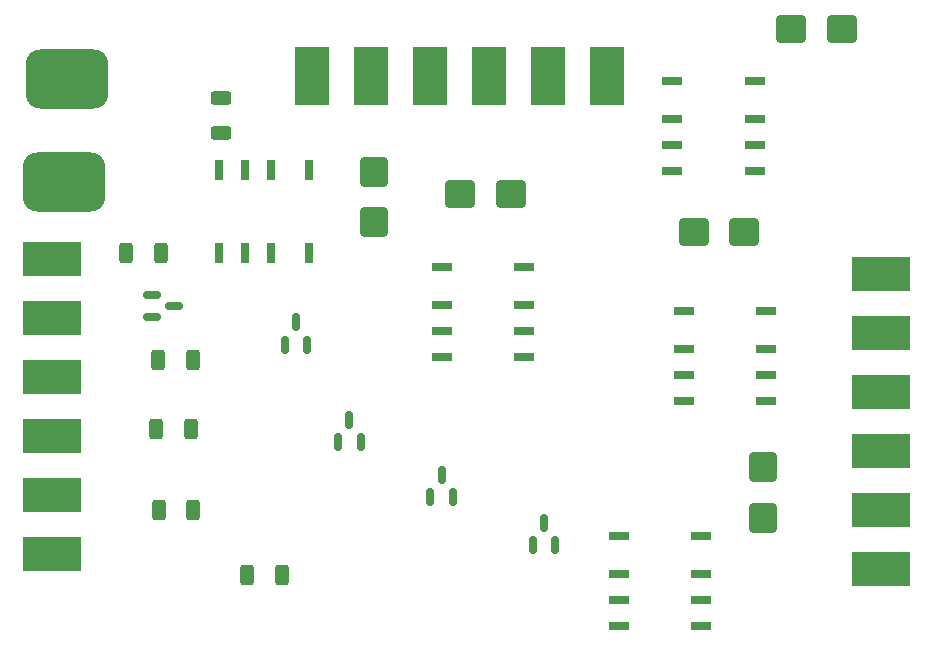
<source format=gbr>
%TF.GenerationSoftware,KiCad,Pcbnew,8.0.5*%
%TF.CreationDate,2024-12-16T08:40:04+01:00*%
%TF.ProjectId,Antenna_switch,416e7465-6e6e-4615-9f73-77697463682e,rev?*%
%TF.SameCoordinates,Original*%
%TF.FileFunction,Soldermask,Top*%
%TF.FilePolarity,Negative*%
%FSLAX46Y46*%
G04 Gerber Fmt 4.6, Leading zero omitted, Abs format (unit mm)*
G04 Created by KiCad (PCBNEW 8.0.5) date 2024-12-16 08:40:04*
%MOMM*%
%LPD*%
G01*
G04 APERTURE LIST*
G04 Aperture macros list*
%AMRoundRect*
0 Rectangle with rounded corners*
0 $1 Rounding radius*
0 $2 $3 $4 $5 $6 $7 $8 $9 X,Y pos of 4 corners*
0 Add a 4 corners polygon primitive as box body*
4,1,4,$2,$3,$4,$5,$6,$7,$8,$9,$2,$3,0*
0 Add four circle primitives for the rounded corners*
1,1,$1+$1,$2,$3*
1,1,$1+$1,$4,$5*
1,1,$1+$1,$6,$7*
1,1,$1+$1,$8,$9*
0 Add four rect primitives between the rounded corners*
20,1,$1+$1,$2,$3,$4,$5,0*
20,1,$1+$1,$4,$5,$6,$7,0*
20,1,$1+$1,$6,$7,$8,$9,0*
20,1,$1+$1,$8,$9,$2,$3,0*%
G04 Aperture macros list end*
%ADD10RoundRect,0.250000X1.000000X0.900000X-1.000000X0.900000X-1.000000X-0.900000X1.000000X-0.900000X0*%
%ADD11RoundRect,1.250000X2.250000X-1.250000X2.250000X1.250000X-2.250000X1.250000X-2.250000X-1.250000X0*%
%ADD12R,1.800000X0.800000*%
%ADD13RoundRect,0.250000X0.312500X0.625000X-0.312500X0.625000X-0.312500X-0.625000X0.312500X-0.625000X0*%
%ADD14RoundRect,0.250000X-0.312500X-0.625000X0.312500X-0.625000X0.312500X0.625000X-0.312500X0.625000X0*%
%ADD15RoundRect,0.250000X-0.900000X1.000000X-0.900000X-1.000000X0.900000X-1.000000X0.900000X1.000000X0*%
%ADD16R,5.000000X3.000000*%
%ADD17RoundRect,0.250000X0.625000X-0.312500X0.625000X0.312500X-0.625000X0.312500X-0.625000X-0.312500X0*%
%ADD18RoundRect,0.150000X0.150000X-0.587500X0.150000X0.587500X-0.150000X0.587500X-0.150000X-0.587500X0*%
%ADD19R,0.800000X1.800000*%
%ADD20R,3.000000X5.000000*%
%ADD21RoundRect,0.150000X-0.587500X-0.150000X0.587500X-0.150000X0.587500X0.150000X-0.587500X0.150000X0*%
%ADD22RoundRect,0.250000X-1.000000X-0.900000X1.000000X-0.900000X1.000000X0.900000X-1.000000X0.900000X0*%
G04 APERTURE END LIST*
D10*
%TO.C,D3*%
X169400000Y-43500000D03*
X165100000Y-43500000D03*
%TD*%
D11*
%TO.C,U5*%
X103750000Y-47750000D03*
%TD*%
D12*
%TO.C,K5*%
X150500000Y-86470000D03*
X150500000Y-89670000D03*
X150500000Y-91870000D03*
X150500000Y-94070000D03*
X157500000Y-94070000D03*
X157500000Y-91870000D03*
X157500000Y-89670000D03*
X157500000Y-86470000D03*
%TD*%
%TO.C,K4*%
X156000000Y-67390000D03*
X156000000Y-70590000D03*
X156000000Y-72790000D03*
X156000000Y-74990000D03*
X163000000Y-74990000D03*
X163000000Y-72790000D03*
X163000000Y-70590000D03*
X163000000Y-67390000D03*
%TD*%
D11*
%TO.C,U4*%
X103500000Y-56500000D03*
%TD*%
D13*
%TO.C,R3*%
X114250000Y-77400000D03*
X111325000Y-77400000D03*
%TD*%
D14*
%TO.C,R4*%
X111575000Y-84250000D03*
X114500000Y-84250000D03*
%TD*%
D15*
%TO.C,D1*%
X129750000Y-55600000D03*
X129750000Y-59900000D03*
%TD*%
D16*
%TO.C,U1*%
X172750000Y-64250000D03*
X172750000Y-69250000D03*
X172750000Y-74250000D03*
X172750000Y-79250000D03*
X172750000Y-84250000D03*
X172750000Y-89250000D03*
%TD*%
%TO.C,U3*%
X102500000Y-63000000D03*
X102500000Y-68000000D03*
X102500000Y-73000000D03*
X102500000Y-78000000D03*
X102500000Y-83000000D03*
X102500000Y-88000000D03*
%TD*%
D17*
%TO.C,R6*%
X116800000Y-52325000D03*
X116800000Y-49400000D03*
%TD*%
D12*
%TO.C,K2*%
X135500000Y-63700000D03*
X135500000Y-66900000D03*
X135500000Y-69100000D03*
X135500000Y-71300000D03*
X142500000Y-71300000D03*
X142500000Y-69100000D03*
X142500000Y-66900000D03*
X142500000Y-63700000D03*
%TD*%
D15*
%TO.C,D5*%
X162750000Y-80600000D03*
X162750000Y-84900000D03*
%TD*%
D18*
%TO.C,Q5*%
X143250000Y-87250000D03*
X145150000Y-87250000D03*
X144200000Y-85375000D03*
%TD*%
D12*
%TO.C,K3*%
X155000000Y-47950000D03*
X155000000Y-51150000D03*
X155000000Y-53350000D03*
X155000000Y-55550000D03*
X162000000Y-55550000D03*
X162000000Y-53350000D03*
X162000000Y-51150000D03*
X162000000Y-47950000D03*
%TD*%
D18*
%TO.C,Q4*%
X134550000Y-83187500D03*
X136450000Y-83187500D03*
X135500000Y-81312500D03*
%TD*%
D14*
%TO.C,R1*%
X108787500Y-62500000D03*
X111712500Y-62500000D03*
%TD*%
D18*
%TO.C,Q2*%
X122250000Y-70250000D03*
X124150000Y-70250000D03*
X123200000Y-68375000D03*
%TD*%
D14*
%TO.C,R2*%
X111537500Y-71600000D03*
X114462500Y-71600000D03*
%TD*%
%TO.C,R5*%
X119037500Y-89750000D03*
X121962500Y-89750000D03*
%TD*%
D19*
%TO.C,K1*%
X124300000Y-55500000D03*
X121100000Y-55500000D03*
X118900000Y-55500000D03*
X116700000Y-55500000D03*
X116700000Y-62500000D03*
X118900000Y-62500000D03*
X121100000Y-62500000D03*
X124300000Y-62500000D03*
%TD*%
D18*
%TO.C,Q3*%
X126750000Y-78500000D03*
X128650000Y-78500000D03*
X127700000Y-76625000D03*
%TD*%
D20*
%TO.C,U2*%
X124500000Y-47500000D03*
X129500000Y-47500000D03*
X134500000Y-47500000D03*
X139500000Y-47500000D03*
X144500000Y-47500000D03*
X149500000Y-47500000D03*
%TD*%
D21*
%TO.C,Q1*%
X111000000Y-66050000D03*
X111000000Y-67950000D03*
X112875000Y-67000000D03*
%TD*%
D22*
%TO.C,D4*%
X156850000Y-60750000D03*
X161150000Y-60750000D03*
%TD*%
%TO.C,D2*%
X137100000Y-57500000D03*
X141400000Y-57500000D03*
%TD*%
M02*

</source>
